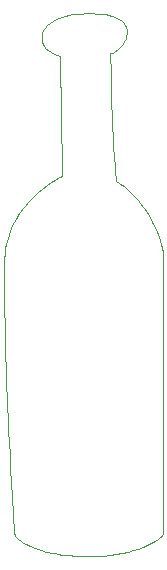
<source format=gbo>
G04 #@! TF.GenerationSoftware,KiCad,Pcbnew,(5.1.0-0)*
G04 #@! TF.CreationDate,2019-11-19T21:44:26-07:00*
G04 #@! TF.ProjectId,rick-bottle,7269636b-2d62-46f7-9474-6c652e6b6963,rev?*
G04 #@! TF.SameCoordinates,Original*
G04 #@! TF.FileFunction,Legend,Bot*
G04 #@! TF.FilePolarity,Positive*
%FSLAX46Y46*%
G04 Gerber Fmt 4.6, Leading zero omitted, Abs format (unit mm)*
G04 Created by KiCad (PCBNEW (5.1.0-0)) date 2019-11-19 21:44:26*
%MOMM*%
%LPD*%
G04 APERTURE LIST*
G04 #@! TA.AperFunction,NonConductor*
%ADD10C,0.010000*%
G04 #@! TD*
G04 APERTURE END LIST*
D10*
G04 #@! TO.C,G\002A\002A\002A*
X41102648Y-18010486D02*
X41353784Y-18015546D01*
X41353784Y-18015546D02*
X41573518Y-18025258D01*
X41573518Y-18025258D02*
X41771493Y-18040323D01*
X41771493Y-18040323D02*
X41957358Y-18061440D01*
X41957358Y-18061440D02*
X42140758Y-18089306D01*
X42140758Y-18089306D02*
X42290600Y-18116622D01*
X42290600Y-18116622D02*
X42638781Y-18200888D01*
X42638781Y-18200888D02*
X42948084Y-18310467D01*
X42948084Y-18310467D02*
X43217419Y-18443923D01*
X43217419Y-18443923D02*
X43445698Y-18599820D01*
X43445698Y-18599820D02*
X43631832Y-18776723D01*
X43631832Y-18776723D02*
X43774733Y-18973195D01*
X43774733Y-18973195D02*
X43873312Y-19187801D01*
X43873312Y-19187801D02*
X43926481Y-19419105D01*
X43926481Y-19419105D02*
X43933151Y-19665671D01*
X43933151Y-19665671D02*
X43892233Y-19926062D01*
X43892233Y-19926062D02*
X43825361Y-20141094D01*
X43825361Y-20141094D02*
X43729007Y-20349472D01*
X43729007Y-20349472D02*
X43600110Y-20557028D01*
X43600110Y-20557028D02*
X43445972Y-20756267D01*
X43445972Y-20756267D02*
X43273894Y-20939697D01*
X43273894Y-20939697D02*
X43091180Y-21099821D01*
X43091180Y-21099821D02*
X42905132Y-21229147D01*
X42905132Y-21229147D02*
X42723052Y-21320180D01*
X42723052Y-21320180D02*
X42653096Y-21344155D01*
X42653096Y-21344155D02*
X42537117Y-21378100D01*
X42537117Y-21378100D02*
X42552874Y-23156100D01*
X42552874Y-23156100D02*
X42556010Y-23476603D01*
X42556010Y-23476603D02*
X42559735Y-23800841D01*
X42559735Y-23800841D02*
X42563940Y-24122220D01*
X42563940Y-24122220D02*
X42568515Y-24434148D01*
X42568515Y-24434148D02*
X42573352Y-24730030D01*
X42573352Y-24730030D02*
X42578340Y-25003274D01*
X42578340Y-25003274D02*
X42583371Y-25247286D01*
X42583371Y-25247286D02*
X42588335Y-25455472D01*
X42588335Y-25455472D02*
X42593123Y-25621240D01*
X42593123Y-25621240D02*
X42594376Y-25658000D01*
X42594376Y-25658000D02*
X42631680Y-26629679D01*
X42631680Y-26629679D02*
X42672932Y-27555901D01*
X42672932Y-27555901D02*
X42718426Y-28441879D01*
X42718426Y-28441879D02*
X42768455Y-29292824D01*
X42768455Y-29292824D02*
X42823312Y-30113947D01*
X42823312Y-30113947D02*
X42883292Y-30910461D01*
X42883292Y-30910461D02*
X42904967Y-31177359D01*
X42904967Y-31177359D02*
X42986497Y-32162819D01*
X42986497Y-32162819D02*
X43236789Y-32341517D01*
X43236789Y-32341517D02*
X43363716Y-32433953D01*
X43363716Y-32433953D02*
X43509493Y-32542934D01*
X43509493Y-32542934D02*
X43653551Y-32652963D01*
X43653551Y-32652963D02*
X43746090Y-32725263D01*
X43746090Y-32725263D02*
X43863993Y-32823896D01*
X43863993Y-32823896D02*
X44006580Y-32951576D01*
X44006580Y-32951576D02*
X44165581Y-33100138D01*
X44165581Y-33100138D02*
X44332726Y-33261413D01*
X44332726Y-33261413D02*
X44499747Y-33427233D01*
X44499747Y-33427233D02*
X44658372Y-33589432D01*
X44658372Y-33589432D02*
X44800332Y-33739842D01*
X44800332Y-33739842D02*
X44917357Y-33870295D01*
X44917357Y-33870295D02*
X44974431Y-33938400D01*
X44974431Y-33938400D02*
X45389709Y-34491853D01*
X45389709Y-34491853D02*
X45764360Y-35069505D01*
X45764360Y-35069505D02*
X46096695Y-35667757D01*
X46096695Y-35667757D02*
X46385024Y-36283010D01*
X46385024Y-36283010D02*
X46627655Y-36911664D01*
X46627655Y-36911664D02*
X46822900Y-37550120D01*
X46822900Y-37550120D02*
X46966325Y-38180200D01*
X46966325Y-38180200D02*
X47021541Y-38472300D01*
X47021541Y-38472300D02*
X46992503Y-43590400D01*
X46992503Y-43590400D02*
X46988708Y-44291468D01*
X46988708Y-44291468D02*
X46985192Y-45006057D01*
X46985192Y-45006057D02*
X46981956Y-45731779D01*
X46981956Y-45731779D02*
X46978998Y-46466244D01*
X46978998Y-46466244D02*
X46976321Y-47207064D01*
X46976321Y-47207064D02*
X46973923Y-47951851D01*
X46973923Y-47951851D02*
X46971804Y-48698214D01*
X46971804Y-48698214D02*
X46969965Y-49443767D01*
X46969965Y-49443767D02*
X46968407Y-50186119D01*
X46968407Y-50186119D02*
X46967128Y-50922882D01*
X46967128Y-50922882D02*
X46966129Y-51651668D01*
X46966129Y-51651668D02*
X46965411Y-52370088D01*
X46965411Y-52370088D02*
X46964973Y-53075753D01*
X46964973Y-53075753D02*
X46964815Y-53766274D01*
X46964815Y-53766274D02*
X46964937Y-54439263D01*
X46964937Y-54439263D02*
X46965340Y-55092330D01*
X46965340Y-55092330D02*
X46966024Y-55723088D01*
X46966024Y-55723088D02*
X46966989Y-56329147D01*
X46966989Y-56329147D02*
X46968234Y-56908119D01*
X46968234Y-56908119D02*
X46969761Y-57457615D01*
X46969761Y-57457615D02*
X46971568Y-57975246D01*
X46971568Y-57975246D02*
X46973657Y-58458623D01*
X46973657Y-58458623D02*
X46976027Y-58905359D01*
X46976027Y-58905359D02*
X46978678Y-59313063D01*
X46978678Y-59313063D02*
X46981611Y-59679348D01*
X46981611Y-59679348D02*
X46984825Y-60001824D01*
X46984825Y-60001824D02*
X46988321Y-60278104D01*
X46988321Y-60278104D02*
X46991812Y-60490789D01*
X46991812Y-60490789D02*
X46998085Y-60815436D01*
X46998085Y-60815436D02*
X47003356Y-61093490D01*
X47003356Y-61093490D02*
X47007103Y-61329154D01*
X47007103Y-61329154D02*
X47008802Y-61526634D01*
X47008802Y-61526634D02*
X47007930Y-61690133D01*
X47007930Y-61690133D02*
X47003964Y-61823855D01*
X47003964Y-61823855D02*
X46996382Y-61932006D01*
X46996382Y-61932006D02*
X46984659Y-62018789D01*
X46984659Y-62018789D02*
X46968273Y-62088408D01*
X46968273Y-62088408D02*
X46946700Y-62145069D01*
X46946700Y-62145069D02*
X46919419Y-62192974D01*
X46919419Y-62192974D02*
X46885905Y-62236329D01*
X46885905Y-62236329D02*
X46845636Y-62279338D01*
X46845636Y-62279338D02*
X46798088Y-62326205D01*
X46798088Y-62326205D02*
X46758615Y-62365136D01*
X46758615Y-62365136D02*
X46554326Y-62542466D01*
X46554326Y-62542466D02*
X46302740Y-62714700D01*
X46302740Y-62714700D02*
X46007199Y-62880780D01*
X46007199Y-62880780D02*
X45671045Y-63039647D01*
X45671045Y-63039647D02*
X45297619Y-63190245D01*
X45297619Y-63190245D02*
X44890265Y-63331514D01*
X44890265Y-63331514D02*
X44452323Y-63462398D01*
X44452323Y-63462398D02*
X43987136Y-63581838D01*
X43987136Y-63581838D02*
X43498046Y-63688777D01*
X43498046Y-63688777D02*
X42988396Y-63782157D01*
X42988396Y-63782157D02*
X42461526Y-63860919D01*
X42461526Y-63860919D02*
X41920779Y-63924007D01*
X41920779Y-63924007D02*
X41795300Y-63936142D01*
X41795300Y-63936142D02*
X41700191Y-63942831D01*
X41700191Y-63942831D02*
X41565078Y-63949348D01*
X41565078Y-63949348D02*
X41398335Y-63955538D01*
X41398335Y-63955538D02*
X41208337Y-63961246D01*
X41208337Y-63961246D02*
X41003459Y-63966319D01*
X41003459Y-63966319D02*
X40792076Y-63970601D01*
X40792076Y-63970601D02*
X40582563Y-63973938D01*
X40582563Y-63973938D02*
X40383294Y-63976175D01*
X40383294Y-63976175D02*
X40202645Y-63977159D01*
X40202645Y-63977159D02*
X40048991Y-63976734D01*
X40048991Y-63976734D02*
X39930707Y-63974745D01*
X39930707Y-63974745D02*
X39864900Y-63971761D01*
X39864900Y-63971761D02*
X39449608Y-63938866D01*
X39449608Y-63938866D02*
X39076384Y-63904483D01*
X39076384Y-63904483D02*
X38736497Y-63867326D01*
X38736497Y-63867326D02*
X38421215Y-63826109D01*
X38421215Y-63826109D02*
X38121807Y-63779545D01*
X38121807Y-63779545D02*
X37829542Y-63726349D01*
X37829542Y-63726349D02*
X37535687Y-63665234D01*
X37535687Y-63665234D02*
X37231512Y-63594916D01*
X37231512Y-63594916D02*
X37118490Y-63567271D01*
X37118490Y-63567271D02*
X36630046Y-63434823D01*
X36630046Y-63434823D02*
X36174503Y-63288045D01*
X36174503Y-63288045D02*
X35757476Y-63128916D01*
X35757476Y-63128916D02*
X35384581Y-62959415D01*
X35384581Y-62959415D02*
X35361287Y-62947724D01*
X35361287Y-62947724D02*
X35140456Y-62824954D01*
X35140456Y-62824954D02*
X34935347Y-62689227D01*
X34935347Y-62689227D02*
X34752923Y-62546361D01*
X34752923Y-62546361D02*
X34600151Y-62402174D01*
X34600151Y-62402174D02*
X34483996Y-62262486D01*
X34483996Y-62262486D02*
X34426322Y-62166687D01*
X34426322Y-62166687D02*
X34358496Y-62028057D01*
X34358496Y-62028057D02*
X34185928Y-58848078D01*
X34185928Y-58848078D02*
X34121111Y-57642012D01*
X34121111Y-57642012D02*
X34060207Y-56484299D01*
X34060207Y-56484299D02*
X34003129Y-55372649D01*
X34003129Y-55372649D02*
X33949791Y-54304774D01*
X33949791Y-54304774D02*
X33900104Y-53278384D01*
X33900104Y-53278384D02*
X33853982Y-52291190D01*
X33853982Y-52291190D02*
X33811338Y-51340903D01*
X33811338Y-51340903D02*
X33772084Y-50425234D01*
X33772084Y-50425234D02*
X33736134Y-49541892D01*
X33736134Y-49541892D02*
X33703400Y-48688589D01*
X33703400Y-48688589D02*
X33673796Y-47863037D01*
X33673796Y-47863037D02*
X33647234Y-47062944D01*
X33647234Y-47062944D02*
X33623626Y-46286023D01*
X33623626Y-46286023D02*
X33602887Y-45529983D01*
X33602887Y-45529983D02*
X33584928Y-44792537D01*
X33584928Y-44792537D02*
X33569662Y-44071393D01*
X33569662Y-44071393D02*
X33557004Y-43364264D01*
X33557004Y-43364264D02*
X33546864Y-42668860D01*
X33546864Y-42668860D02*
X33539157Y-41982891D01*
X33539157Y-41982891D02*
X33537598Y-41812400D01*
X33537598Y-41812400D02*
X33533659Y-41273907D01*
X33533659Y-41273907D02*
X33531745Y-40783081D01*
X33531745Y-40783081D02*
X33531970Y-40336823D01*
X33531970Y-40336823D02*
X33534447Y-39932037D01*
X33534447Y-39932037D02*
X33539288Y-39565625D01*
X33539288Y-39565625D02*
X33546606Y-39234489D01*
X33546606Y-39234489D02*
X33556513Y-38935532D01*
X33556513Y-38935532D02*
X33569123Y-38665655D01*
X33569123Y-38665655D02*
X33584549Y-38421763D01*
X33584549Y-38421763D02*
X33602901Y-38200756D01*
X33602901Y-38200756D02*
X33624295Y-37999538D01*
X33624295Y-37999538D02*
X33648841Y-37815010D01*
X33648841Y-37815010D02*
X33676653Y-37644076D01*
X33676653Y-37644076D02*
X33692295Y-37560298D01*
X33692295Y-37560298D02*
X33825444Y-37008276D01*
X33825444Y-37008276D02*
X34007752Y-36462202D01*
X34007752Y-36462202D02*
X34237671Y-35924939D01*
X34237671Y-35924939D02*
X34513655Y-35399349D01*
X34513655Y-35399349D02*
X34834156Y-34888294D01*
X34834156Y-34888294D02*
X35197627Y-34394637D01*
X35197627Y-34394637D02*
X35602520Y-33921239D01*
X35602520Y-33921239D02*
X35736508Y-33778733D01*
X35736508Y-33778733D02*
X36056894Y-33461965D01*
X36056894Y-33461965D02*
X36403118Y-33149734D01*
X36403118Y-33149734D02*
X36766696Y-32848480D01*
X36766696Y-32848480D02*
X37139142Y-32564647D01*
X37139142Y-32564647D02*
X37511971Y-32304677D01*
X37511971Y-32304677D02*
X37876697Y-32075013D01*
X37876697Y-32075013D02*
X38224836Y-31882096D01*
X38224836Y-31882096D02*
X38254161Y-31867211D01*
X38254161Y-31867211D02*
X38429800Y-31778761D01*
X38429800Y-31778761D02*
X38429599Y-31353630D01*
X38429599Y-31353630D02*
X38429127Y-31281773D01*
X38429127Y-31281773D02*
X38427787Y-31162097D01*
X38427787Y-31162097D02*
X38425626Y-30997572D01*
X38425626Y-30997572D02*
X38422693Y-30791170D01*
X38422693Y-30791170D02*
X38419035Y-30545864D01*
X38419035Y-30545864D02*
X38414700Y-30264625D01*
X38414700Y-30264625D02*
X38409736Y-29950424D01*
X38409736Y-29950424D02*
X38404191Y-29606234D01*
X38404191Y-29606234D02*
X38398113Y-29235027D01*
X38398113Y-29235027D02*
X38391549Y-28839773D01*
X38391549Y-28839773D02*
X38384548Y-28423446D01*
X38384548Y-28423446D02*
X38377157Y-27989016D01*
X38377157Y-27989016D02*
X38369424Y-27539455D01*
X38369424Y-27539455D02*
X38361397Y-27077735D01*
X38361397Y-27077735D02*
X38353637Y-26635900D01*
X38353637Y-26635900D02*
X38345388Y-26166507D01*
X38345388Y-26166507D02*
X38337385Y-25707100D01*
X38337385Y-25707100D02*
X38329676Y-25260603D01*
X38329676Y-25260603D02*
X38322307Y-24829939D01*
X38322307Y-24829939D02*
X38315328Y-24418029D01*
X38315328Y-24418029D02*
X38308785Y-24027797D01*
X38308785Y-24027797D02*
X38302727Y-23662165D01*
X38302727Y-23662165D02*
X38297201Y-23324057D01*
X38297201Y-23324057D02*
X38292255Y-23016394D01*
X38292255Y-23016394D02*
X38287937Y-22742100D01*
X38287937Y-22742100D02*
X38284294Y-22504098D01*
X38284294Y-22504098D02*
X38281375Y-22305310D01*
X38281375Y-22305310D02*
X38279228Y-22148660D01*
X38279228Y-22148660D02*
X38277899Y-22037068D01*
X38277899Y-22037068D02*
X38277438Y-21975000D01*
X38277438Y-21975000D02*
X38277002Y-21606700D01*
X38277002Y-21606700D02*
X38015772Y-21523537D01*
X38015772Y-21523537D02*
X37723810Y-21412746D01*
X37723810Y-21412746D02*
X37469212Y-21276475D01*
X37469212Y-21276475D02*
X37242636Y-21109224D01*
X37242636Y-21109224D02*
X37121624Y-20997100D01*
X37121624Y-20997100D02*
X36950387Y-20802694D01*
X36950387Y-20802694D02*
X36826503Y-20606532D01*
X36826503Y-20606532D02*
X36746811Y-20401508D01*
X36746811Y-20401508D02*
X36708145Y-20180516D01*
X36708145Y-20180516D02*
X36703202Y-20057300D01*
X36703202Y-20057300D02*
X36720092Y-19834894D01*
X36720092Y-19834894D02*
X36772950Y-19628050D01*
X36772950Y-19628050D02*
X36865060Y-19429735D01*
X36865060Y-19429735D02*
X36999706Y-19232919D01*
X36999706Y-19232919D02*
X37180171Y-19030568D01*
X37180171Y-19030568D02*
X37184903Y-19025777D01*
X37184903Y-19025777D02*
X37404634Y-18826192D01*
X37404634Y-18826192D02*
X37642067Y-18656393D01*
X37642067Y-18656393D02*
X37908515Y-18509124D01*
X37908515Y-18509124D02*
X38167304Y-18395828D01*
X38167304Y-18395828D02*
X38438704Y-18297275D01*
X38438704Y-18297275D02*
X38716994Y-18214910D01*
X38716994Y-18214910D02*
X39008444Y-18147817D01*
X39008444Y-18147817D02*
X39319324Y-18095080D01*
X39319324Y-18095080D02*
X39655905Y-18055782D01*
X39655905Y-18055782D02*
X40024457Y-18029006D01*
X40024457Y-18029006D02*
X40431250Y-18013835D01*
X40431250Y-18013835D02*
X40810462Y-18009382D01*
X40810462Y-18009382D02*
X41102648Y-18010486D01*
X41102648Y-18010486D02*
X41102648Y-18010486D01*
G04 #@! TD*
M02*

</source>
